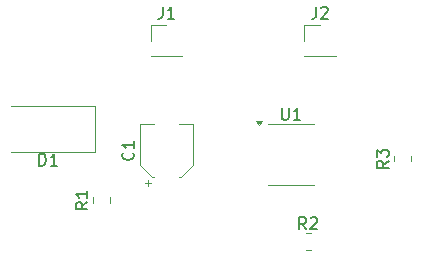
<source format=gbr>
%TF.GenerationSoftware,KiCad,Pcbnew,8.0.1-rc1*%
%TF.CreationDate,2024-06-04T01:21:06-05:00*%
%TF.ProjectId,555Timer_Breakout,35353554-696d-4657-925f-427265616b6f,rev?*%
%TF.SameCoordinates,Original*%
%TF.FileFunction,Legend,Top*%
%TF.FilePolarity,Positive*%
%FSLAX46Y46*%
G04 Gerber Fmt 4.6, Leading zero omitted, Abs format (unit mm)*
G04 Created by KiCad (PCBNEW 8.0.1-rc1) date 2024-06-04 01:21:06*
%MOMM*%
%LPD*%
G01*
G04 APERTURE LIST*
%ADD10C,0.150000*%
%ADD11C,0.120000*%
G04 APERTURE END LIST*
D10*
X146666666Y-52124819D02*
X146666666Y-52839104D01*
X146666666Y-52839104D02*
X146619047Y-52981961D01*
X146619047Y-52981961D02*
X146523809Y-53077200D01*
X146523809Y-53077200D02*
X146380952Y-53124819D01*
X146380952Y-53124819D02*
X146285714Y-53124819D01*
X147095238Y-52220057D02*
X147142857Y-52172438D01*
X147142857Y-52172438D02*
X147238095Y-52124819D01*
X147238095Y-52124819D02*
X147476190Y-52124819D01*
X147476190Y-52124819D02*
X147571428Y-52172438D01*
X147571428Y-52172438D02*
X147619047Y-52220057D01*
X147619047Y-52220057D02*
X147666666Y-52315295D01*
X147666666Y-52315295D02*
X147666666Y-52410533D01*
X147666666Y-52410533D02*
X147619047Y-52553390D01*
X147619047Y-52553390D02*
X147047619Y-53124819D01*
X147047619Y-53124819D02*
X147666666Y-53124819D01*
X133666666Y-52124819D02*
X133666666Y-52839104D01*
X133666666Y-52839104D02*
X133619047Y-52981961D01*
X133619047Y-52981961D02*
X133523809Y-53077200D01*
X133523809Y-53077200D02*
X133380952Y-53124819D01*
X133380952Y-53124819D02*
X133285714Y-53124819D01*
X134666666Y-53124819D02*
X134095238Y-53124819D01*
X134380952Y-53124819D02*
X134380952Y-52124819D01*
X134380952Y-52124819D02*
X134285714Y-52267676D01*
X134285714Y-52267676D02*
X134190476Y-52362914D01*
X134190476Y-52362914D02*
X134095238Y-52410533D01*
X143763095Y-60689819D02*
X143763095Y-61499342D01*
X143763095Y-61499342D02*
X143810714Y-61594580D01*
X143810714Y-61594580D02*
X143858333Y-61642200D01*
X143858333Y-61642200D02*
X143953571Y-61689819D01*
X143953571Y-61689819D02*
X144144047Y-61689819D01*
X144144047Y-61689819D02*
X144239285Y-61642200D01*
X144239285Y-61642200D02*
X144286904Y-61594580D01*
X144286904Y-61594580D02*
X144334523Y-61499342D01*
X144334523Y-61499342D02*
X144334523Y-60689819D01*
X145334523Y-61689819D02*
X144763095Y-61689819D01*
X145048809Y-61689819D02*
X145048809Y-60689819D01*
X145048809Y-60689819D02*
X144953571Y-60832676D01*
X144953571Y-60832676D02*
X144858333Y-60927914D01*
X144858333Y-60927914D02*
X144763095Y-60975533D01*
X152804819Y-65166666D02*
X152328628Y-65499999D01*
X152804819Y-65738094D02*
X151804819Y-65738094D01*
X151804819Y-65738094D02*
X151804819Y-65357142D01*
X151804819Y-65357142D02*
X151852438Y-65261904D01*
X151852438Y-65261904D02*
X151900057Y-65214285D01*
X151900057Y-65214285D02*
X151995295Y-65166666D01*
X151995295Y-65166666D02*
X152138152Y-65166666D01*
X152138152Y-65166666D02*
X152233390Y-65214285D01*
X152233390Y-65214285D02*
X152281009Y-65261904D01*
X152281009Y-65261904D02*
X152328628Y-65357142D01*
X152328628Y-65357142D02*
X152328628Y-65738094D01*
X151804819Y-64833332D02*
X151804819Y-64214285D01*
X151804819Y-64214285D02*
X152185771Y-64547618D01*
X152185771Y-64547618D02*
X152185771Y-64404761D01*
X152185771Y-64404761D02*
X152233390Y-64309523D01*
X152233390Y-64309523D02*
X152281009Y-64261904D01*
X152281009Y-64261904D02*
X152376247Y-64214285D01*
X152376247Y-64214285D02*
X152614342Y-64214285D01*
X152614342Y-64214285D02*
X152709580Y-64261904D01*
X152709580Y-64261904D02*
X152757200Y-64309523D01*
X152757200Y-64309523D02*
X152804819Y-64404761D01*
X152804819Y-64404761D02*
X152804819Y-64690475D01*
X152804819Y-64690475D02*
X152757200Y-64785713D01*
X152757200Y-64785713D02*
X152709580Y-64833332D01*
X145833333Y-70954819D02*
X145500000Y-70478628D01*
X145261905Y-70954819D02*
X145261905Y-69954819D01*
X145261905Y-69954819D02*
X145642857Y-69954819D01*
X145642857Y-69954819D02*
X145738095Y-70002438D01*
X145738095Y-70002438D02*
X145785714Y-70050057D01*
X145785714Y-70050057D02*
X145833333Y-70145295D01*
X145833333Y-70145295D02*
X145833333Y-70288152D01*
X145833333Y-70288152D02*
X145785714Y-70383390D01*
X145785714Y-70383390D02*
X145738095Y-70431009D01*
X145738095Y-70431009D02*
X145642857Y-70478628D01*
X145642857Y-70478628D02*
X145261905Y-70478628D01*
X146214286Y-70050057D02*
X146261905Y-70002438D01*
X146261905Y-70002438D02*
X146357143Y-69954819D01*
X146357143Y-69954819D02*
X146595238Y-69954819D01*
X146595238Y-69954819D02*
X146690476Y-70002438D01*
X146690476Y-70002438D02*
X146738095Y-70050057D01*
X146738095Y-70050057D02*
X146785714Y-70145295D01*
X146785714Y-70145295D02*
X146785714Y-70240533D01*
X146785714Y-70240533D02*
X146738095Y-70383390D01*
X146738095Y-70383390D02*
X146166667Y-70954819D01*
X146166667Y-70954819D02*
X146785714Y-70954819D01*
X127304819Y-68666666D02*
X126828628Y-68999999D01*
X127304819Y-69238094D02*
X126304819Y-69238094D01*
X126304819Y-69238094D02*
X126304819Y-68857142D01*
X126304819Y-68857142D02*
X126352438Y-68761904D01*
X126352438Y-68761904D02*
X126400057Y-68714285D01*
X126400057Y-68714285D02*
X126495295Y-68666666D01*
X126495295Y-68666666D02*
X126638152Y-68666666D01*
X126638152Y-68666666D02*
X126733390Y-68714285D01*
X126733390Y-68714285D02*
X126781009Y-68761904D01*
X126781009Y-68761904D02*
X126828628Y-68857142D01*
X126828628Y-68857142D02*
X126828628Y-69238094D01*
X127304819Y-67714285D02*
X127304819Y-68285713D01*
X127304819Y-67999999D02*
X126304819Y-67999999D01*
X126304819Y-67999999D02*
X126447676Y-68095237D01*
X126447676Y-68095237D02*
X126542914Y-68190475D01*
X126542914Y-68190475D02*
X126590533Y-68285713D01*
X123229405Y-65574819D02*
X123229405Y-64574819D01*
X123229405Y-64574819D02*
X123467500Y-64574819D01*
X123467500Y-64574819D02*
X123610357Y-64622438D01*
X123610357Y-64622438D02*
X123705595Y-64717676D01*
X123705595Y-64717676D02*
X123753214Y-64812914D01*
X123753214Y-64812914D02*
X123800833Y-65003390D01*
X123800833Y-65003390D02*
X123800833Y-65146247D01*
X123800833Y-65146247D02*
X123753214Y-65336723D01*
X123753214Y-65336723D02*
X123705595Y-65431961D01*
X123705595Y-65431961D02*
X123610357Y-65527200D01*
X123610357Y-65527200D02*
X123467500Y-65574819D01*
X123467500Y-65574819D02*
X123229405Y-65574819D01*
X124753214Y-65574819D02*
X124181786Y-65574819D01*
X124467500Y-65574819D02*
X124467500Y-64574819D01*
X124467500Y-64574819D02*
X124372262Y-64717676D01*
X124372262Y-64717676D02*
X124277024Y-64812914D01*
X124277024Y-64812914D02*
X124181786Y-64860533D01*
X131159580Y-64466666D02*
X131207200Y-64514285D01*
X131207200Y-64514285D02*
X131254819Y-64657142D01*
X131254819Y-64657142D02*
X131254819Y-64752380D01*
X131254819Y-64752380D02*
X131207200Y-64895237D01*
X131207200Y-64895237D02*
X131111961Y-64990475D01*
X131111961Y-64990475D02*
X131016723Y-65038094D01*
X131016723Y-65038094D02*
X130826247Y-65085713D01*
X130826247Y-65085713D02*
X130683390Y-65085713D01*
X130683390Y-65085713D02*
X130492914Y-65038094D01*
X130492914Y-65038094D02*
X130397676Y-64990475D01*
X130397676Y-64990475D02*
X130302438Y-64895237D01*
X130302438Y-64895237D02*
X130254819Y-64752380D01*
X130254819Y-64752380D02*
X130254819Y-64657142D01*
X130254819Y-64657142D02*
X130302438Y-64514285D01*
X130302438Y-64514285D02*
X130350057Y-64466666D01*
X131254819Y-63514285D02*
X131254819Y-64085713D01*
X131254819Y-63799999D02*
X130254819Y-63799999D01*
X130254819Y-63799999D02*
X130397676Y-63895237D01*
X130397676Y-63895237D02*
X130492914Y-63990475D01*
X130492914Y-63990475D02*
X130540533Y-64085713D01*
D11*
%TO.C,J2*%
X145670000Y-53670000D02*
X147000000Y-53670000D01*
X145670000Y-55000000D02*
X145670000Y-53670000D01*
X145670000Y-56270000D02*
X145670000Y-56330000D01*
X145670000Y-56270000D02*
X148330000Y-56270000D01*
X145670000Y-56330000D02*
X148330000Y-56330000D01*
X148330000Y-56270000D02*
X148330000Y-56330000D01*
%TO.C,J1*%
X132670000Y-53670000D02*
X134000000Y-53670000D01*
X132670000Y-55000000D02*
X132670000Y-53670000D01*
X132670000Y-56270000D02*
X132670000Y-56330000D01*
X132670000Y-56270000D02*
X135330000Y-56270000D01*
X132670000Y-56330000D02*
X135330000Y-56330000D01*
X135330000Y-56270000D02*
X135330000Y-56330000D01*
%TO.C,U1*%
X144525000Y-62075000D02*
X142575000Y-62075000D01*
X144525000Y-62075000D02*
X146475000Y-62075000D01*
X144525000Y-67195000D02*
X142575000Y-67195000D01*
X144525000Y-67195000D02*
X146475000Y-67195000D01*
X141825000Y-62170000D02*
X141585000Y-61840000D01*
X142065000Y-61840000D01*
X141825000Y-62170000D01*
G36*
X141825000Y-62170000D02*
G01*
X141585000Y-61840000D01*
X142065000Y-61840000D01*
X141825000Y-62170000D01*
G37*
%TO.C,R3*%
X153265000Y-65227064D02*
X153265000Y-64772936D01*
X154735000Y-65227064D02*
X154735000Y-64772936D01*
%TO.C,R2*%
X145772936Y-71265000D02*
X146227064Y-71265000D01*
X145772936Y-72735000D02*
X146227064Y-72735000D01*
%TO.C,R1*%
X127765000Y-68727064D02*
X127765000Y-68272936D01*
X129235000Y-68727064D02*
X129235000Y-68272936D01*
%TO.C,D1*%
X127977500Y-64435000D02*
X127977500Y-60565000D01*
X127977500Y-60565000D02*
X120817500Y-60565000D01*
X120817500Y-64435000D02*
X127977500Y-64435000D01*
%TO.C,C1*%
X132440000Y-67300000D02*
X132440000Y-66800000D01*
X132190000Y-67050000D02*
X132690000Y-67050000D01*
X132804437Y-66560000D02*
X132940000Y-66560000D01*
X132804437Y-66560000D02*
X131740000Y-65495563D01*
X135195563Y-66560000D02*
X135060000Y-66560000D01*
X135195563Y-66560000D02*
X136260000Y-65495563D01*
X131740000Y-65495563D02*
X131740000Y-62040000D01*
X136260000Y-65495563D02*
X136260000Y-62040000D01*
X131740000Y-62040000D02*
X132940000Y-62040000D01*
X136260000Y-62040000D02*
X135060000Y-62040000D01*
%TD*%
M02*

</source>
